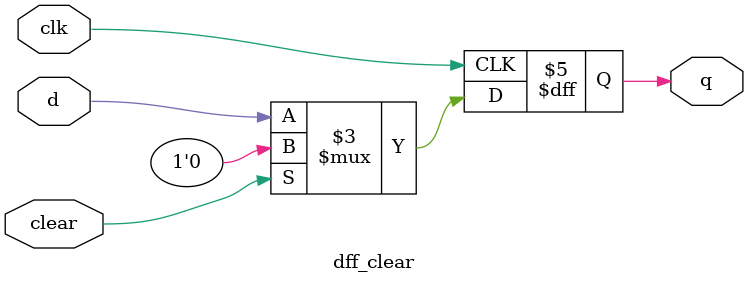
<source format=v>
`timescale 1ns / 1ps


module dff_clear(d,clear,clk,q);
    input d,clear,clk;
    output reg q;
    
    always@(posedge clk)
    begin
        if(clear)
            q=0;
        else
            q=d;
    end
endmodule

</source>
